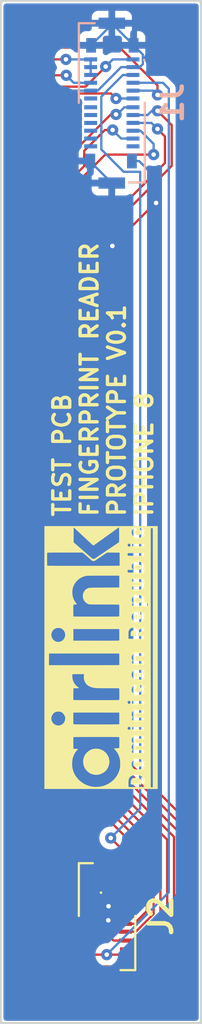
<source format=kicad_pcb>
(kicad_pcb (version 20221018) (generator pcbnew)
  (layers (0 "F.Cu" signal) (31 "B.Cu" signal) (34 "B.Paste" user) (35 "F.Paste" user) (36 "B.SilkS" user "B.Silkscreen") (37 "F.SilkS" user "F.Silkscreen") (38 "B.Mask" user) (39 "F.Mask" user) (44 "Edge.Cuts" user))
  (net 0 "")
  (net 1 "PP1V8_MESA_CONN")
  (net 2 "PP3V0_MESA_CONN")
  (net 3 "GND")
  (net 4 "MESA_TO_AOP_FDINT_CONN")
  (net 5 "I2C1_AOP_BI_MESA_TURTLE_SDA_CONN")
  (net 6 "PP16V0_MESA_CONN")
  (net 7 "I2C1_AOP_TO_MESA_TURTLE_SCL_CONN")
  (net 8 "MESA_TO_BOOST_EN_CONN")
  (net 9 "MAMBA_TO_DISPLAY_MDRIVE_CONN")
  (net 10 "MESA_TO_AP_INT_CONN")
  (net 11 "DISPLAY_TO_MAMBA_MSYNC_CONN")
  (net 12 "SPI_AP_TO_MESA_SCLK_CONN")
  (net 13 "AP_TO_TOUCH_MAMBA_RESET_CONN_L")
  (net 14 "SPI_AP_TO_MESA_MOSI_CONN")
  (net 15 "TP_MAMBA_HINT_L")
  (net 16 "AOP_TO_MESA_BLANKING_EN_CONN")
  (net 17 "I2C_TOUCH_BI_MAMBA_SDA")
  (net 18 "SPI_MESA_TO_AP_MISO_CONN")
  (net 19 "I2C_TOUCH_TO_MAMBA_SCL")
  (net 20 "PP2V75_MAMBA_CONN")
  (net 21 "PP1V8_TOUCH_TO_MAMBA_CONN")
  (footprint "IP11 Footprints KICAD:airlink_footprint" (layer "F.Cu") (at 99.52 74.38 90)
    (fp_text reference "G***" hide)
    (fp_text value "LOGO" hide)
  )
  (footprint "wao:huella del iPHONE 8" (layer "F.Cu") (at 99.81 85.74 -90)
    (fp_text reference "J2" (at -0.01 -2.35 90 unlocked) (layer "F.SilkS") (effects (font (thickness 0.2) bold)))
    (fp_text value "Conn_02x10_Odd_Even" hide)
    (pad "1" smd rect locked (at -1.026559 0.82 270) (size 0.18 0.57) (layers "F.Cu" "F.Paste" "F.Mask") (net 3 "GND") (clearance 0.1))
    (pad "2" smd rect locked (at -1.025493 -0.78 270) (size 0.18 0.57) (layers "F.Cu" "F.Paste" "F.Mask") (net 3 "GND") (clearance 0.1))
    (pad "3" smd rect locked (at -0.687166 0.82 270) (size 0.18 0.57) (layers "F.Cu" "F.Paste" "F.Mask") (net 12 "SPI_AP_TO_MESA_SCLK_CONN") (clearance 0.1))
    (pad "4" smd rect locked (at -0.6861 -0.78 270) (size 0.18 0.57) (layers "F.Cu" "F.Paste" "F.Mask") (net 2 "PP3V0_MESA_CONN") (clearance 0.1))
    (pad "5" smd rect locked (at -0.343583 0.82 270) (size 0.18 0.57) (layers "F.Cu" "F.Paste" "F.Mask") (net 14 "SPI_AP_TO_MESA_MOSI_CONN") (clearance 0.1))
    (pad "6" smd rect locked (at -0.342517 -0.78 270) (size 0.18 0.57) (layers "F.Cu" "F.Paste" "F.Mask") (net 2 "PP3V0_MESA_CONN") (clearance 0.1))
    (pad "7" smd rect locked (at 0 0.82 270) (size 0.18 0.57) (layers "F.Cu" "F.Paste" "F.Mask") (net 16 "AOP_TO_MESA_BLANKING_EN_CONN") (clearance 0.1))
    (pad "8" smd rect locked (at 0.001066 -0.78 270) (size 0.18 0.57) (layers "F.Cu" "F.Paste" "F.Mask") (net 2 "PP3V0_MESA_CONN") (clearance 0.1))
    (pad "9" smd rect locked (at 0.345678 0.82 270) (size 0.18 0.57) (layers "F.Cu" "F.Paste" "F.Mask") (net 18 "SPI_MESA_TO_AP_MISO_CONN") (clearance 0.1))
    (pad "10" smd rect locked (at 0.346744 -0.78 270) (size 0.18 0.57) (layers "F.Cu" "F.Paste" "F.Mask") (net 6 "PP16V0_MESA_CONN") (clearance 0.1))
    (pad "11" smd rect locked (at 0.689261 0.820188 270) (size 0.18 0.57) (layers "F.Cu" "F.Paste" "F.Mask") (net 10 "MESA_TO_AP_INT_CONN") (clearance 0.1))
    (pad "12" smd rect locked (at 0.690327 -0.78 270) (size 0.18 0.57) (layers "F.Cu" "F.Paste" "F.Mask") (net 1 "PP1V8_MESA_CONN") (clearance 0.1))
    (pad "13" smd rect locked (at 1.078934 0.820188 270) (size 0.18 0.57) (layers "F.Cu" "F.Paste" "F.Mask") (net 8 "MESA_TO_BOOST_EN_CONN") (clearance 0.1))
    (pad "14" smd rect locked (at 1.08 -0.78 270) (size 0.18 0.57) (layers "F.Cu" "F.Paste" "F.Mask") (net 3 "GND") (clearance 0.1))
    (pad "15" smd rect locked (at -1.646684 0.847423 270) (size 0.641 0.432) (layers "F.Cu" "F.Paste" "F.Mask") (net 7 "I2C1_AOP_TO_MESA_TURTLE_SCL_CONN") (clearance 0.1))
    (pad "16" smd rect locked (at -1.645618 -0.761145 270) (size 0.641 0.432) (layers "F.Cu" "F.Paste" "F.Mask") (net 4 "MESA_TO_AOP_FDINT_CONN") (clearance 0.1))
    (pad "17" smd rect locked (at 1.698934 0.847423 270) (size 0.641 0.432) (layers "F.Cu" "F.Paste" "F.Mask") (net 5 "I2C1_AOP_BI_MESA_TURTLE_SDA_CONN") (clearance 0.1))
    (pad "18" smd rect locked (at 1.7 -0.761145 270) (size 0.641 0.432) (layers "F.Cu" "F.Paste" "F.Mask") (net 5 "I2C1_AOP_BI_MESA_TURTLE_SDA_CONN") (clearance 0.1))
    (pad "19" smd rect locked (at -2.32 0.04 270) (size 0.396 0.93) (layers "F.Cu" "F.Paste" "F.Mask") (clearance 0.085))
    (pad "20" smd rect locked (at 2.37 0.05 270) (size 0.396 0.93) (layers "F.Cu" "F.Paste" "F.Mask") (clearance 0.085))
  )
  (footprint "wao:J5800 iPHONE8 fingerprint pressure control connector hembra pcb" (layer "B.Cu") (at 100 50 -90)
    (fp_text reference "J1" (at 0 -2.63 90) (layer "B.SilkS") (effects (font (thickness 0.2) bold) (justify mirror)))
    (fp_text value "J5800" hide)
    (pad "1" smd rect locked (at -1.908562 -0.93 270) (size 0.18 0.57) (layers "B.Cu" "B.Paste" "B.Mask") (net 1 "PP1V8_MESA_CONN") (clearance 0.1))
    (pad "2" smd rect locked (at -1.908562 0.938568 270) (size 0.18 0.57) (layers "B.Cu" "B.Paste" "B.Mask") (net 2 "PP3V0_MESA_CONN") (clearance 0.1))
    (pad "3" smd rect locked (at -1.569169 -0.93 270) (size 0.18 0.57) (layers "B.Cu" "B.Paste" "B.Mask") (net 3 "GND") (clearance 0.1))
    (pad "4" smd rect locked (at -1.569169 0.938568 270) (size 0.18 0.57) (layers "B.Cu" "B.Paste" "B.Mask") (net 2 "PP3V0_MESA_CONN") (clearance 0.1))
    (pad "5" smd rect locked (at -1.225586 -0.93 270) (size 0.18 0.57) (layers "B.Cu" "B.Paste" "B.Mask") (net 4 "MESA_TO_AOP_FDINT_CONN") (clearance 0.1))
    (pad "6" smd rect locked (at -1.225586 0.938568 270) (size 0.18 0.57) (layers "B.Cu" "B.Paste" "B.Mask") (net 2 "PP3V0_MESA_CONN") (clearance 0.1))
    (pad "7" smd rect locked (at -0.882003 -0.93 270) (size 0.18 0.57) (layers "B.Cu" "B.Paste" "B.Mask") (net 5 "I2C1_AOP_BI_MESA_TURTLE_SDA_CONN") (clearance 0.1))
    (pad "8" smd rect locked (at -0.882003 0.938568 270) (size 0.18 0.57) (layers "B.Cu" "B.Paste" "B.Mask") (net 6 "PP16V0_MESA_CONN") (clearance 0.1))
    (pad "9" smd rect locked (at -0.536325 -0.93 270) (size 0.18 0.57) (layers "B.Cu" "B.Paste" "B.Mask") (net 7 "I2C1_AOP_TO_MESA_TURTLE_SCL_CONN") (clearance 0.1))
    (pad "10" smd rect locked (at -0.536325 0.938568 270) (size 0.18 0.57) (layers "B.Cu" "B.Paste" "B.Mask") (net 3 "GND") (clearance 0.1))
    (pad "11" smd rect locked (at -0.192742 -0.930188 270) (size 0.18 0.57) (layers "B.Cu" "B.Paste" "B.Mask") (net 8 "MESA_TO_BOOST_EN_CONN") (clearance 0.1))
    (pad "12" smd rect locked (at -0.192742 0.938568 270) (size 0.18 0.57) (layers "B.Cu" "B.Paste" "B.Mask") (net 9 "MAMBA_TO_DISPLAY_MDRIVE_CONN") (clearance 0.1))
    (pad "13" smd rect locked (at 0.196931 -0.930188 270) (size 0.18 0.57) (layers "B.Cu" "B.Paste" "B.Mask") (net 10 "MESA_TO_AP_INT_CONN") (clearance 0.1))
    (pad "14" smd rect locked (at 0.196931 0.938568 270) (size 0.18 0.57) (layers "B.Cu" "B.Paste" "B.Mask") (net 11 "DISPLAY_TO_MAMBA_MSYNC_CONN") (clearance 0.1))
    (pad "15" smd rect locked (at 0.536324 -0.930188 270) (size 0.18 0.57) (layers "B.Cu" "B.Paste" "B.Mask") (net 12 "SPI_AP_TO_MESA_SCLK_CONN") (clearance 0.1))
    (pad "16" smd rect locked (at 0.536324 0.938568 270) (size 0.18 0.57) (layers "B.Cu" "B.Paste" "B.Mask") (net 13 "AP_TO_TOUCH_MAMBA_RESET_CONN_L") (clearance 0.1))
    (pad "17" smd rect locked (at 0.882002 -0.930188 270) (size 0.18 0.57) (layers "B.Cu" "B.Paste" "B.Mask") (net 14 "SPI_AP_TO_MESA_MOSI_CONN") (clearance 0.1))
    (pad "18" smd rect locked (at 0.884097 0.938568 270) (size 0.18 0.57) (layers "B.Cu" "B.Paste" "B.Mask") (net 15 "TP_MAMBA_HINT_L") (clearance 0.1))
    (pad "19" smd rect locked (at 1.225585 -0.930188 270) (size 0.18 0.57) (layers "B.Cu" "B.Paste" "B.Mask") (net 16 "AOP_TO_MESA_BLANKING_EN_CONN") (clearance 0.1))
    (pad "20" smd rect locked (at 1.225585 0.938568 270) (size 0.18 0.57) (layers "B.Cu" "B.Paste" "B.Mask") (net 17 "I2C_TOUCH_BI_MAMBA_SDA") (clearance 0.1))
    (pad "21" smd rect locked (at 1.569168 -0.930188 270) (size 0.18 0.57) (layers "B.Cu" "B.Paste" "B.Mask") (net 18 "SPI_MESA_TO_AP_MISO_CONN") (clearance 0.1))
    (pad "22" smd rect locked (at 1.569168 0.938568 270) (size 0.18 0.57) (layers "B.Cu" "B.Paste" "B.Mask") (net 19 "I2C_TOUCH_TO_MAMBA_SCL") (clearance 0.1))
    (pad "23" smd rect locked (at 1.912751 -0.930188 270) (size 0.18 0.57) (layers "B.Cu" "B.Paste" "B.Mask") (net 20 "PP2V75_MAMBA_CONN") (clearance 0.1))
    (pad "24" smd rect locked (at 1.912751 0.938568 270) (size 0.18 0.57) (layers "B.Cu" "B.Paste" "B.Mask") (net 21 "PP1V8_TOUCH_TO_MAMBA_CONN") (clearance 0.1))
    (pad "25" smd rect locked (at -2.528687 -0.957423 270) (size 0.641 0.432) (layers "B.Cu" "B.Paste" "B.Mask") (net 3 "GND") (clearance 0.1))
    (pad "26" smd rect locked (at -2.528687 0.919713 270) (size 0.641 0.432) (layers "B.Cu" "B.Paste" "B.Mask") (net 3 "GND") (clearance 0.1))
    (pad "27" smd rect locked (at 2.560112 -0.882003 270) (size 0.641 0.432) (layers "B.Cu" "B.Paste" "B.Mask") (net 3 "GND") (clearance 0.1))
    (pad "28" smd rect locked (at 2.553827 0.953233 270) (size 0.641 0.432) (layers "B.Cu" "B.Paste" "B.Mask") (net 3 "GND") (clearance 0.1))
    (pad "29" smd rect locked (at -3.49868 0.00419 270) (size 0.494 1.173) (layers "B.Cu" "B.Paste" "B.Mask") (net 3 "GND") (clearance 0.1))
    (pad "30" smd rect locked (at 3.525915 0.00838 270) (size 0.494 1.173) (layers "B.Cu" "B.Paste" "B.Mask") (net 3 "GND") (clearance 0.1))
  )
  (gr_rect locked (start 95.11 45.53) (end 103.93 90.45) (stroke (width 0.1)) (fill none) (layer "Edge.Cuts"))
  (gr_text locked "TEST PCB\nFINGERPRINT READER \nPROTOTYPE V0.1\niPHONE 8" (at 99.61 68.26 90) (layer "F.SilkS") (effects (font (size 0.75 0.75) (thickness 0.15) bold) (justify left)))
  (segment locked (start 96.48 77.291472) (end 101.84 82.651472) (width 0.1) (layer "F.Cu") (net 1))
  (segment locked (start 96.48 49.618528) (end 96.48 77.291472) (width 0.1) (layer "F.Cu") (net 1))
  (segment locked (start 99.724668 48.404668) (end 98.839968 49.289368) (width 0.1) (layer "F.Cu") (net 1))
  (segment locked (start 98.839968 49.289368) (end 96.80916 49.289368) (width 0.1) (layer "F.Cu") (net 1))
  (segment locked (start 101.84 82.651472) (end 101.84 85.646008) (width 0.1) (layer "F.Cu") (net 1))
  (segment locked (start 101.84 85.646008) (end 101.055681 86.430327) (width 0.1) (layer "F.Cu") (net 1))
  (segment locked (start 101.055681 86.430327) (end 100.59 86.430327) (width 0.1) (layer "F.Cu") (net 1))
  (segment locked (start 96.80916 49.289368) (end 96.48 49.618528) (width 0.1) (layer "F.Cu") (net 1))
  (via locked (at 99.724668 48.404668) (size 0.5) (drill 0.2) (layers "F.Cu" "B.Cu") (net 1))
  (segment locked (start 99.724668 48.404668) (end 100.037898 48.091438) (width 0.1) (layer "B.Cu") (net 1))
  (segment locked (start 100.037898 48.091438) (end 100.93 48.091438) (width 0.1) (layer "B.Cu") (net 1))
  (segment locked (start 101.24 84.7889) (end 100.975 85.0539) (width 0.1) (layer "F.Cu") (net 2))
  (segment locked (start 95.88 77.54) (end 101.24 82.9) (width 0.1) (layer "F.Cu") (net 2))
  (segment locked (start 100.975 85.0539) (end 100.59 85.0539) (width 0.1) (layer "F.Cu") (net 2))
  (segment locked (start 95.88 49.37) (end 95.88 77.54) (width 0.1) (layer "F.Cu") (net 2))
  (segment locked (start 97.16 48.09) (end 95.88 49.37) (width 0.1) (layer "F.Cu") (net 2))
  (segment locked (start 101.24 82.9) (end 101.24 84.7889) (width 0.1) (layer "F.Cu") (net 2))
  (segment locked (start 97.97 48.09) (end 97.16 48.09) (width 0.1) (layer "F.Cu") (net 2))
  (segment locked (start 100.59 85.741066) (end 100.59 85.0539) (width 0.1) (layer "F.Cu") (net 2))
  (via locked (at 97.97 48.09) (size 0.5) (drill 0.2) (layers "F.Cu" "B.Cu") (net 2))
  (segment locked (start 99.061432 48.091438) (end 99.061432 48.774414) (width 0.1) (layer "B.Cu") (net 2))
  (segment locked (start 97.971438 48.091438) (end 97.97 48.09) (width 0.1) (layer "B.Cu") (net 2))
  (segment locked (start 99.061432 48.091438) (end 97.971438 48.091438) (width 0.1) (layer "B.Cu") (net 2))
  (segment locked (start 101.91 54.4) (end 101.95 54.4) (width 0.1) (layer "F.Cu") (net 3))
  (segment locked (start 99.86 84.714507) (end 99.86 85.3) (width 0.1) (layer "F.Cu") (net 3))
  (segment locked (start 99.86 85.3) (end 99.85 85.31) (width 0.1) (layer "F.Cu") (net 3))
  (segment locked (start 100.07 86.82) (end 99.84 86.59) (width 0.1) (layer "F.Cu") (net 3))
  (segment locked (start 100.02 56.29) (end 101.91 54.4) (width 0.1) (layer "F.Cu") (net 3))
  (segment locked (start 98.991066 84.714507) (end 98.99 84.713441) (width 0.1) (layer "F.Cu") (net 3))
  (segment locked (start 100.59 86.82) (end 100.07 86.82) (width 0.1) (layer "F.Cu") (net 3))
  (segment locked (start 99.86 84.714507) (end 98.991066 84.714507) (width 0.1) (layer "F.Cu") (net 3))
  (segment locked (start 100.59 84.714507) (end 99.86 84.714507) (width 0.1) (layer "F.Cu") (net 3))
  (segment locked (start 99.84 86.59) (end 99.84 85.93) (width 0.1) (layer "F.Cu") (net 3))
  (via locked (at 99.84 85.93) (size 0.5) (drill 0.2) (layers "F.Cu" "B.Cu") (net 3))
  (via locked (at 101.95 54.4) (size 0.5) (drill 0.2) (layers "F.Cu" "B.Cu") (net 3))
  (via locked (at 100.02 56.29) (size 0.5) (drill 0.2) (layers "F.Cu" "B.Cu") (net 3))
  (via locked (at 99.85 85.31) (size 0.5) (drill 0.2) (layers "F.Cu" "B.Cu") (net 3))
  (segment locked (start 99.061432 49.463675) (end 97.796325 49.463675) (width 0.1) (layer "B.Cu") (net 3))
  (segment locked (start 97.796325 49.463675) (end 96.87 50.39) (width 0.1) (layer "B.Cu") (net 3))
  (segment locked (start 101.95 54.4) (end 101.95 53.308345) (width 0.1) (layer "B.Cu") (net 3))
  (segment locked (start 100.404905 48.430831) (end 99.372061 49.463675) (width 0.1) (layer "B.Cu") (net 3))
  (segment locked (start 99.99581 46.50132) (end 99.99581 46.55579) (width 0.1) (layer "B.Cu") (net 3))
  (segment locked (start 100.957423 47.471313) (end 101.365 47.87889) (width 0.1) (layer "B.Cu") (net 3))
  (segment locked (start 99.99162 53.525915) (end 99.834085 53.525915) (width 0.1) (layer "B.Cu") (net 3))
  (segment locked (start 101.23 48.430831) (end 100.93 48.430831) (width 0.1) (layer "B.Cu") (net 3))
  (segment locked (start 99.99581 46.5097) (end 100.957423 47.471313) (width 0.1) (layer "B.Cu") (net 3))
  (segment locked (start 99.046767 52.581062) (end 99.99162 53.525915) (width 0.1) (layer "B.Cu") (net 3))
  (segment locked (start 101.365 48.295831) (end 101.23 48.430831) (width 0.1) (layer "B.Cu") (net 3))
  (segment locked (start 99.046767 52.553827) (end 99.046767 52.581062) (width 0.1) (layer "B.Cu") (net 3))
  (segment locked (start 101.201767 52.560112) (end 100.882003 52.560112) (width 0.1) (layer "B.Cu") (net 3))
  (segment locked (start 99.372061 49.463675) (end 99.061432 49.463675) (width 0.1) (layer "B.Cu") (net 3))
  (segment locked (start 101.95 53.308345) (end 101.201767 52.560112) (width 0.1) (layer "B.Cu") (net 3))
  (segment locked (start 99.99581 46.55579) (end 99.080287 47.471313) (width 0.1) (layer "B.Cu") (net 3))
  (segment locked (start 101.365 47.87889) (end 101.365 48.295831) (width 0.1) (layer "B.Cu") (net 3))
  (segment locked (start 100.93 48.430831) (end 100.404905 48.430831) (width 0.1) (layer "B.Cu") (net 3))
  (segment locked (start 99.99581 46.50132) (end 99.99581 46.5097) (width 0.1) (layer "B.Cu") (net 3))
  (segment locked (start 99.9468 82.3132) (end 100.571145 82.937545) (width 0.1) (layer "F.Cu") (net 4))
  (segment locked (start 100.571145 82.937545) (end 100.571145 84.094382) (width 0.1) (layer "F.Cu") (net 4))
  (via locked (at 99.9468 82.3132) (size 0.5) (drill 0.2) (layers "F.Cu" "B.Cu") (net 4))
  (segment locked (start 100.93 48.774414) (end 100.485586 48.774414) (width 0.1) (layer "B.Cu") (net 4))
  (segment locked (start 101.248003 81.011997) (end 99.9468 82.3132) (width 0.1) (layer "B.Cu") (net 4))
  (segment locked (start 101.248003 53.030612) (end 101.248003 81.011997) (width 0.1) (layer "B.Cu") (net 4))
  (segment locked (start 99.531968 52.046577) (end 100.516003 53.030612) (width 0.1) (layer "B.Cu") (net 4))
  (segment locked (start 100.516003 53.030612) (end 101.248003 53.030612) (width 0.1) (layer "B.Cu") (net 4))
  (segment locked (start 99.531968 49.728032) (end 99.531968 52.046577) (width 0.1) (layer "B.Cu") (net 4))
  (segment locked (start 100.485586 48.774414) (end 99.531968 49.728032) (width 0.1) (layer "B.Cu") (net 4))
  (segment locked (start 98.963643 87.44) (end 98.962577 87.438934) (width 0.1) (layer "F.Cu") (net 5))
  (segment locked (start 100.571145 87.44) (end 98.963643 87.44) (width 0.1) (layer "F.Cu") (net 5))
  (via locked (at 99.77 87.44) (size 0.5) (drill 0.2) (layers "F.Cu" "B.Cu") (net 5))
  (segment locked (start 102.51 49.38) (end 102.51 84.7) (width 0.1) (layer "B.Cu") (net 5))
  (segment locked (start 100.93 49.117997) (end 102.247997 49.117997) (width 0.1) (layer "B.Cu") (net 5))
  (segment locked (start 102.247997 49.117997) (end 102.51 49.38) (width 0.1) (layer "B.Cu") (net 5))
  (segment locked (start 102.51 84.7) (end 99.77 87.44) (width 0.1) (layer "B.Cu") (net 5))
  (segment locked (start 100.975 86.086744) (end 100.59 86.086744) (width 0.1) (layer "F.Cu") (net 6))
  (segment locked (start 101.54 85.521744) (end 100.975 86.086744) (width 0.1) (layer "F.Cu") (net 6))
  (segment locked (start 101.54 82.775736) (end 101.54 85.521744) (width 0.1) (layer "F.Cu") (net 6))
  (segment locked (start 97.983713 48.789368) (end 96.884896 48.789368) (width 0.1) (layer "F.Cu") (net 6))
  (segment locked (start 96.18 77.415736) (end 101.54 82.775736) (width 0.1) (layer "F.Cu") (net 6))
  (segment locked (start 96.18 49.494264) (end 96.18 77.415736) (width 0.1) (layer "F.Cu") (net 6))
  (segment locked (start 96.884896 48.789368) (end 96.18 49.494264) (width 0.1) (layer "F.Cu") (net 6))
  (via locked (at 97.983713 48.789368) (size 0.5) (drill 0.2) (layers "F.Cu" "B.Cu") (net 6))
  (segment locked (start 98.312342 49.117997) (end 97.983713 48.789368) (width 0.1) (layer "B.Cu") (net 6))
  (segment locked (start 99.061432 49.117997) (end 98.312342 49.117997) (width 0.1) (layer "B.Cu") (net 6))
  (segment locked (start 95.58 49.245736) (end 95.58 77.664264) (width 0.1) (layer "F.Cu") (net 7))
  (segment locked (start 98.962577 81.046841) (end 98.962577 84.093316) (width 0.1) (layer "F.Cu") (net 7))
  (segment locked (start 102.0105 49.233393) (end 100.347107 47.57) (width 0.1) (layer "F.Cu") (net 7))
  (segment locked (start 102.0105 49.65) (end 102.0105 49.233393) (width 0.1) (layer "F.Cu") (net 7))
  (segment locked (start 97.255736 47.57) (end 95.58 49.245736) (width 0.1) (layer "F.Cu") (net 7))
  (segment locked (start 95.58 77.664264) (end 98.962577 81.046841) (width 0.1) (layer "F.Cu") (net 7))
  (segment locked (start 100.347107 47.57) (end 97.255736 47.57) (width 0.1) (layer "F.Cu") (net 7))
  (via locked (at 102.0105 49.65) (size 0.5) (drill 0.2) (layers "F.Cu" "B.Cu") (net 7))
  (segment locked (start 101.824175 49.463675) (end 100.93 49.463675) (width 0.1) (layer "B.Cu") (net 7))
  (segment locked (start 102.0105 49.65) (end 101.824175 49.463675) (width 0.1) (layer "B.Cu") (net 7))
  (segment locked (start 102.14 82.51) (end 96.78 77.15) (width 0.1) (layer "F.Cu") (net 8))
  (segment locked (start 99.208 88.458) (end 100.312 88.458) (width 0.1) (layer "F.Cu") (net 8))
  (segment locked (start 96.78 77.15) (end 96.78 49.83) (width 0.1) (layer "F.Cu") (net 8))
  (segment locked (start 100.312 88.458) (end 102.14 86.63) (width 0.1) (layer "F.Cu") (net 8))
  (segment locked (start 99.959368 49.589368) (end 100.18 49.81) (width 0.1) (layer "F.Cu") (net 8))
  (segment locked (start 98.554812 87.058934) (end 98.554812 87.804812) (width 0.1) (layer "F.Cu") (net 8))
  (segment locked (start 96.78 49.83) (end 97.020632 49.589368) (width 0.1) (layer "F.Cu") (net 8))
  (segment locked (start 98.554812 87.804812) (end 99.208 88.458) (width 0.1) (layer "F.Cu") (net 8))
  (segment locked (start 98.794812 86.818934) (end 98.554812 87.058934) (width 0.1) (layer "F.Cu") (net 8))
  (segment locked (start 98.989812 86.818934) (end 98.794812 86.818934) (width 0.1) (layer "F.Cu") (net 8))
  (segment locked (start 97.020632 49.589368) (end 99.959368 49.589368) (width 0.1) (layer "F.Cu") (net 8))
  (segment locked (start 102.14 86.63) (end 102.14 82.51) (width 0.1) (layer "F.Cu") (net 8))
  (via locked (at 100.18 49.81) (size 0.5) (drill 0.2) (layers "F.Cu" "B.Cu") (net 8))
  (segment locked (start 100.18 49.81) (end 100.927446 49.81) (width 0.1) (layer "B.Cu") (net 8))
  (segment locked (start 100.927446 49.81) (end 100.930188 49.807258) (width 0.1) (layer "B.Cu") (net 8))
  (segment locked (start 102.44 82.385736) (end 97.08 77.025736) (width 0.1) (layer "F.Cu") (net 10))
  (segment locked (start 98.477393 51.982607) (end 99.950497 50.509503) (width 0.1) (layer "F.Cu") (net 10))
  (segment locked (start 99.083736 88.758) (end 100.436264 88.758) (width 0.1) (layer "F.Cu") (net 10))
  (segment locked (start 97.08 77.025736) (end 97.08 54.051472) (width 0.1) (layer "F.Cu") (net 10))
  (segment locked (start 98.254812 87.929076) (end 99.083736 88.758) (width 0.1) (layer "F.Cu") (net 10))
  (segment locked (start 97.08 54.051472) (end 98.477393 52.654079) (width 0.1) (layer "F.Cu") (net 10))
  (segment locked (start 98.989812 86.429261) (end 98.604812 86.429261) (width 0.1) (layer "F.Cu") (net 10))
  (segment locked (start 102.44 86.754264) (end 102.44 82.385736) (width 0.1) (layer "F.Cu") (net 10))
  (segment locked (start 98.254812 86.779261) (end 98.254812 87.929076) (width 0.1) (layer "F.Cu") (net 10))
  (segment locked (start 100.436264 88.758) (end 102.44 86.754264) (width 0.1) (layer "F.Cu") (net 10))
  (segment locked (start 99.950497 50.509503) (end 100.18 50.509503) (width 0.1) (layer "F.Cu") (net 10))
  (segment locked (start 98.477393 52.654079) (end 98.477393 51.982607) (width 0.1) (layer "F.Cu") (net 10))
  (segment locked (start 98.604812 86.429261) (end 98.254812 86.779261) (width 0.1) (layer "F.Cu") (net 10))
  (via locked (at 100.18 50.509503) (size 0.5) (drill 0.2) (layers "F.Cu" "B.Cu") (net 10))
  (segment locked (start 100.18 50.509503) (end 100.232616 50.509503) (width 0.1) (layer "B.Cu") (net 10))
  (segment locked (start 100.545188 50.196931) (end 100.930188 50.196931) (width 0.1) (layer "B.Cu") (net 10))
  (segment locked (start 100.232616 50.509503) (end 100.545188 50.196931) (width 0.1) (layer "B.Cu") (net 10))
  (segment locked (start 102.64 52.77) (end 98.29 57.12) (width 0.1) (layer "F.Cu") (net 12))
  (segment locked (start 103.64 87.25132) (end 100.84132 90.05) (width 0.1) (layer "F.Cu") (net 12))
  (segment locked (start 98.677208 90.05) (end 97.054812 88.427604) (width 0.1) (layer "F.Cu") (net 12))
  (segment locked (start 102.64 50.979003) (end 102.64 52.77) (width 0.1) (layer "F.Cu") (net 12))
  (segment locked (start 97.054812 86.282205) (end 98.284183 85.052834) (width 0.1) (layer "F.Cu") (net 12))
  (segment locked (start 100.84132 90.05) (end 98.677208 90.05) (width 0.1) (layer "F.Cu") (net 12))
  (segment locked (start 98.284183 85.052834) (end 98.99 85.052834) (width 0.1) (layer "F.Cu") (net 12))
  (segment locked (start 97.054812 88.427604) (end 97.054812 86.282205) (width 0.1) (layer "F.Cu") (net 12))
  (segment locked (start 98.29 76.53868) (end 103.64 81.88868) (width 0.1) (layer "F.Cu") (net 12))
  (segment locked (start 103.64 81.88868) (end 103.64 87.25132) (width 0.1) (layer "F.Cu") (net 12))
  (segment locked (start 102.0105 50.349503) (end 102.64 50.979003) (width 0.1) (layer "F.Cu") (net 12))
  (segment locked (start 98.29 57.12) (end 98.29 76.53868) (width 0.1) (layer "F.Cu") (net 12))
  (via locked (at 102.0105 50.349503) (size 0.5) (drill 0.2) (layers "F.Cu" "B.Cu") (net 12))
  (segment locked (start 102.0105 50.349503) (end 101.76339 50.349503) (width 0.1) (layer "B.Cu") (net 12))
  (segment locked (start 101.76339 50.349503) (end 101.576569 50.536324) (width 0.1) (layer "B.Cu") (net 12))
  (segment locked (start 101.576569 50.536324) (end 100.930188 50.536324) (width 0.1) (layer "B.Cu") (net 12))
  (segment locked (start 98.801472 89.75) (end 97.354812 88.30334) (width 0.1) (layer "F.Cu") (net 14))
  (segment locked (start 97.99 56.995736) (end 97.99 76.662944) (width 0.1) (layer "F.Cu") (net 14))
  (segment locked (start 97.99 76.662944) (end 103.34 82.012944) (width 0.1) (layer "F.Cu") (net 14))
  (segment locked (start 98.364864 85.396417) (end 98.99 85.396417) (width 0.1) (layer "F.Cu") (net 14))
  (segment locked (start 102.0105 51.147952) (end 102.34 51.477452) (width 0.1) (layer "F.Cu") (net 14))
  (segment locked (start 97.354812 88.30334) (end 97.354812 86.406469) (width 0.1) (layer "F.Cu") (net 14))
  (segment locked (start 100.717056 89.75) (end 98.801472 89.75) (width 0.1) (layer "F.Cu") (net 14))
  (segment locked (start 103.34 87.127056) (end 100.717056 89.75) (width 0.1) (layer "F.Cu") (net 14))
  (segment locked (start 102.34 52.645736) (end 97.99 56.995736) (width 0.1) (layer "F.Cu") (net 14))
  (segment locked (start 97.354812 86.406469) (end 98.364864 85.396417) (width 0.1) (layer "F.Cu") (net 14))
  (segment locked (start 102.34 51.477452) (end 102.34 52.645736) (width 0.1) (layer "F.Cu") (net 14))
  (segment locked (start 103.34 82.012944) (end 103.34 87.127056) (width 0.1) (layer "F.Cu") (net 14))
  (via locked (at 102.0105 51.147952) (size 0.5) (drill 0.2) (layers "F.Cu" "B.Cu") (net 14))
  (segment locked (start 101.74455 50.882002) (end 100.930188 50.882002) (width 0.1) (layer "B.Cu") (net 14))
  (segment locked (start 102.0105 51.147952) (end 101.74455 50.882002) (width 0.1) (layer "B.Cu") (net 14))
  (segment locked (start 97.654812 86.530733) (end 98.445545 85.74) (width 0.1) (layer "F.Cu") (net 16))
  (segment locked (start 103.04 82.137208) (end 103.04 87.002792) (width 0.1) (layer "F.Cu") (net 16))
  (segment locked (start 97.68 76.777208) (end 103.04 82.137208) (width 0.1) (layer "F.Cu") (net 16))
  (segment locked (start 103.04 87.002792) (end 100.672792 89.37) (width 0.1) (layer "F.Cu") (net 16))
  (segment locked (start 100.672792 89.37) (end 98.845736 89.37) (width 0.1) (layer "F.Cu") (net 16))
  (segment locked (start 98.845736 89.37) (end 97.654812 88.179076) (width 0.1) (layer "F.Cu") (net 16))
  (segment locked (start 97.68 54.3) (end 97.68 76.777208) (width 0.1) (layer "F.Cu") (net 16))
  (segment locked (start 97.654812 88.179076) (end 97.654812 86.530733) (width 0.1) (layer "F.Cu") (net 16))
  (segment locked (start 101.8405 52.274883) (end 99.705117 52.274883) (width 0.1) (layer "F.Cu") (net 16))
  (segment locked (start 99.705117 52.274883) (end 97.68 54.3) (width 0.1) (layer "F.Cu") (net 16))
  (segment locked (start 98.445545 85.74) (end 98.99 85.74) (width 0.1) (layer "F.Cu") (net 16))
  (via locked (at 101.8405 52.274883) (size 0.5) (drill 0.2) (layers "F.Cu" "B.Cu") (net 16))
  (segment locked (start 101.261605 51.225585) (end 100.930188 51.225585) (width 0.1) (layer "B.Cu") (net 16))
  (segment locked (start 101.8405 52.274883) (end 101.8405 51.80448) (width 0.1) (layer "B.Cu") (net 16))
  (segment locked (start 101.8405 51.80448) (end 101.261605 51.225585) (width 0.1) (layer "B.Cu") (net 16))
  (segment locked (start 98.97 89.07) (end 97.954812 88.054812) (width 0.1) (layer "F.Cu") (net 18))
  (segment locked (start 97.38 76.901472) (end 102.74 82.261472) (width 0.1) (layer "F.Cu") (net 18))
  (segment locked (start 102.74 86.878528) (end 100.548528 89.07) (width 0.1) (layer "F.Cu") (net 18))
  (segment locked (start 97.954812 88.054812) (end 97.954812 86.654997) (width 0.1) (layer "F.Cu") (net 18))
  (segment locked (start 98.777393 52.106871) (end 98.777393 52.778343) (width 0.1) (layer "F.Cu") (net 18))
  (segment locked (start 97.954812 86.654997) (end 98.524131 86.085678) (width 0.1) (layer "F.Cu") (net 18))
  (segment locked (start 99.691101 51.193163) (end 98.777393 52.106871) (width 0.1) (layer "F.Cu") (net 18))
  (segment locked (start 97.38 54.175736) (end 97.38 76.901472) (width 0.1) (layer "F.Cu") (net 18))
  (segment locked (start 100.031968 51.193163) (end 99.691101 51.193163) (width 0.1) (layer "F.Cu") (net 18))
  (segment locked (start 98.777393 52.778343) (end 97.38 54.175736) (width 0.1) (layer "F.Cu") (net 18))
  (segment locked (start 98.524131 86.085678) (end 98.99 86.085678) (width 0.1) (layer "F.Cu") (net 18))
  (segment locked (start 102.74 82.261472) (end 102.74 86.878528) (width 0.1) (layer "F.Cu") (net 18))
  (segment locked (start 100.548528 89.07) (end 98.97 89.07) (width 0.1) (layer "F.Cu") (net 18))
  (via locked (at 100.031968 51.193163) (size 0.5) (drill 0.2) (layers "F.Cu" "B.Cu") (net 18))
  (segment locked (start 100.407973 51.569168) (end 100.930188 51.569168) (width 0.1) (layer "B.Cu") (net 18))
  (segment locked (start 100.031968 51.193163) (end 100.407973 51.569168) (width 0.1) (layer "B.Cu") (net 18))
  (zone locked (net 3) (net_name "GND") (layer "B.Cu") (connect_pads (clearance 0.25)) (min_thickness 0.25) (fill yes (thermal_gap 0.3) (thermal_bridge_width 0.3))
    (polygon (pts (xy 95.16 45.58) (xy 103.88 45.58) (xy 103.88 90.4) (xy 95.16 90.4)))
  )
)
</source>
